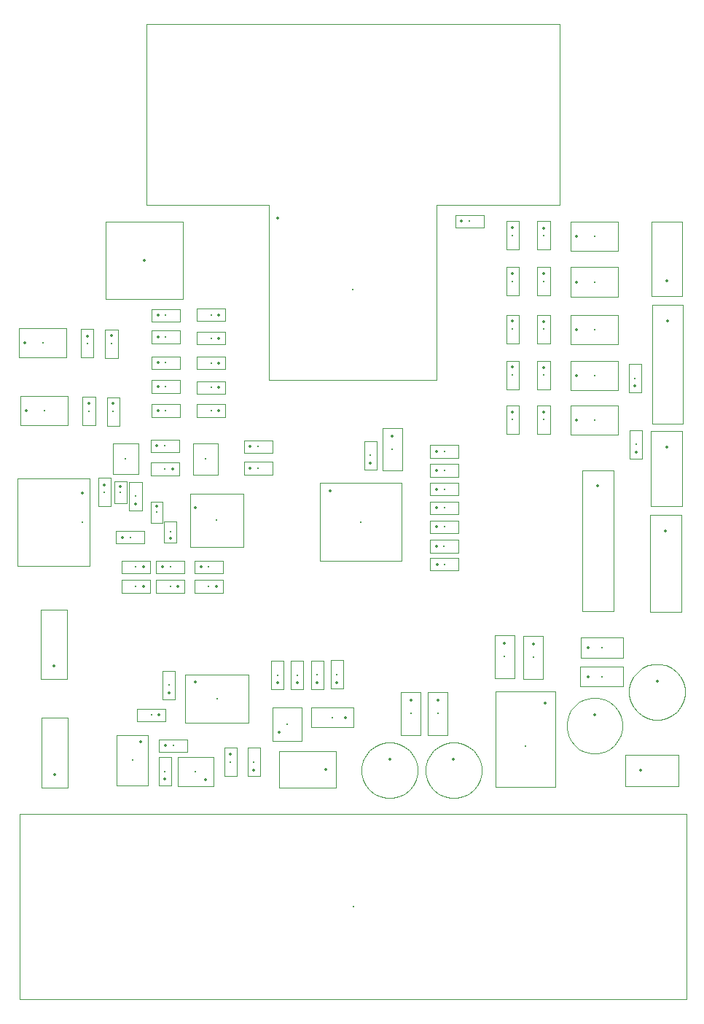
<source format=gbr>
%TF.GenerationSoftware,KiCad,Pcbnew,7.0.8*%
%TF.CreationDate,2023-11-28T11:05:42+08:00*%
%TF.ProjectId,ESPCARproject,45535043-4152-4707-926f-6a6563742e6b,rev?*%
%TF.SameCoordinates,Original*%
%TF.FileFunction,Component,L1,Top*%
%TF.FilePolarity,Positive*%
%FSLAX46Y46*%
G04 Gerber Fmt 4.6, Leading zero omitted, Abs format (unit mm)*
G04 Created by KiCad (PCBNEW 7.0.8) date 2023-11-28 11:05:42*
%MOMM*%
%LPD*%
G01*
G04 APERTURE LIST*
%TA.AperFunction,ComponentMain*%
%ADD10C,0.300000*%
%TD*%
%TA.AperFunction,ComponentOutline,Footprint*%
%ADD11C,0.100000*%
%TD*%
%TA.AperFunction,ComponentPin*%
%ADD12C,0.100000*%
%TD*%
%TA.AperFunction,ComponentOutline,Courtyard*%
%ADD13C,0.100000*%
%TD*%
%TA.AperFunction,ComponentPin*%
%ADD14P,0.360000X4X0.000000*%
%TD*%
G04 APERTURE END LIST*
D10*
%TO.C,"Q2"*%
%TO.CFtp,"SOT-23_BEC"*%
%TO.CVal,"SS8050"*%
%TO.CLbN,"SS8050"*%
%TO.CMnt,SMD*%
%TO.CRot,180*%
X121250000Y-77619250D03*
D11*
X122700000Y-79419250D02*
X122700000Y-75819250D01*
X119800000Y-75819250D01*
X119800000Y-79419250D01*
X122700000Y-79419250D01*
D12*
%TO.P,"Q2","B"*%
X122200000Y-76519250D03*
%TO.P,"Q2","C"*%
X121250000Y-78719250D03*
%TO.P,"Q2","E"*%
X120300000Y-76519250D03*
%TD*%
D10*
%TO.C,"R33"*%
%TO.CFtp,"R_0603_1608Metric_Pad0.98x0.95mm_HandSolder"*%
%TO.CVal,"1k2"*%
%TO.CLbN,"Resistor_SMD"*%
%TO.CMnt,SMD*%
%TO.CRot,90*%
X126270000Y-103920000D03*
D13*
X126999999Y-102270001D02*
X126999999Y-105569999D01*
X125540001Y-105569999D01*
X125540001Y-102270001D01*
X126999999Y-102270001D01*
D14*
%TO.P,"R33","1"*%
X126270000Y-104832500D03*
D12*
%TO.P,"R33","2"*%
X126270000Y-103007500D03*
%TD*%
D10*
%TO.C,"J2"*%
%TO.CFtp,"VALCON_CSP-USC16-TR"*%
%TO.CVal,"CSP-USC16-TR"*%
%TO.CLbN,"CSP-USC16-TR"*%
%TO.CMnt,SMD*%
%TO.CRot,-90*%
X116250000Y-84995000D03*
D13*
X117069999Y-79920001D02*
X117069999Y-90069999D01*
X108650001Y-90069999D01*
X108650001Y-79920001D01*
X117069999Y-79920001D01*
D14*
%TO.P,"J2","A1","GND_A"*%
X116250000Y-81645000D03*
D12*
%TO.P,"J2",*%
X115180000Y-82105000D03*
X115180000Y-87885000D03*
%TO.P,"J2","A4","VBUS_A"*%
X116250000Y-82445000D03*
%TO.P,"J2","A5","CC1"*%
X116250000Y-83745000D03*
%TO.P,"J2","A6","DP1"*%
X116250000Y-84745000D03*
%TO.P,"J2","A7","DN1"*%
X116250000Y-85245000D03*
%TO.P,"J2","A8","SBU1"*%
X116250000Y-86245000D03*
%TO.P,"J2","A9","VBUS_A"*%
X116250000Y-87545000D03*
%TO.P,"J2","A12","GND_A"*%
X116250000Y-88345000D03*
%TO.P,"J2","B1","GND_B"*%
X116250000Y-88045000D03*
%TO.P,"J2","B4","VBUS_B"*%
X116250000Y-87245000D03*
%TO.P,"J2","B5","CC2"*%
X116250000Y-86745000D03*
%TO.P,"J2","B6","DP2"*%
X116250000Y-85745000D03*
%TO.P,"J2","B7","DN2"*%
X116250000Y-84245000D03*
%TO.P,"J2","B8","SBU2"*%
X116250000Y-83245000D03*
%TO.P,"J2","B9","VBUS_B"*%
X116250000Y-82745000D03*
%TO.P,"J2","B12","GND_B"*%
X116250000Y-81945000D03*
%TO.P,"J2","S1","SHELL_GND"*%
X115660000Y-80670000D03*
%TO.P,"J2","S2","SHELL_GND"*%
X115660000Y-89320000D03*
%TO.P,"J2","S3","SHELL_GND"*%
X111480000Y-80670000D03*
%TO.P,"J2","S4","SHELL_GND"*%
X111480000Y-89320000D03*
%TD*%
D10*
%TO.C,"R30"*%
%TO.CFtp,"R_0603_1608Metric_Pad0.98x0.95mm_HandSolder"*%
%TO.CVal,"10k"*%
%TO.CLbN,"Resistor_SMD"*%
%TO.CMnt,SMD*%
%TO.CRot,-90*%
X119610000Y-64277500D03*
D13*
X120339999Y-62627501D02*
X120339999Y-65927499D01*
X118880001Y-65927499D01*
X118880001Y-62627501D01*
X120339999Y-62627501D01*
D14*
%TO.P,"R30","1"*%
X119610000Y-63365000D03*
D12*
%TO.P,"R30","2"*%
X119610000Y-65190000D03*
%TD*%
D10*
%TO.C,"R23"*%
%TO.CFtp,"R_0603_1608Metric_Pad0.98x0.95mm_HandSolder"*%
%TO.CVal,"10k"*%
%TO.CLbN,"Resistor_SMD"*%
%TO.CMnt,SMD*%
%TO.CRot,90*%
X180430000Y-68295000D03*
D13*
X181159999Y-66645001D02*
X181159999Y-69944999D01*
X179700001Y-69944999D01*
X179700001Y-66645001D01*
X181159999Y-66645001D01*
D14*
%TO.P,"R23","1"*%
X180430000Y-69207500D03*
D12*
%TO.P,"R23","2"*%
X180430000Y-67382500D03*
%TD*%
D10*
%TO.C,"R10"*%
%TO.CFtp,"R_0603_1608Metric_Pad0.98x0.95mm_HandSolder"*%
%TO.CVal,"0"*%
%TO.CLbN,"Resistor_SMD"*%
%TO.CMnt,SMD*%
%TO.CRot,0*%
X136630000Y-76209250D03*
D13*
X138279999Y-75479251D02*
X138279999Y-76939249D01*
X134980001Y-76939249D01*
X134980001Y-75479251D01*
X138279999Y-75479251D01*
D14*
%TO.P,"R10","1"*%
X135717500Y-76209250D03*
D12*
%TO.P,"R10","2"*%
X137542500Y-76209250D03*
%TD*%
D10*
%TO.C,"R34"*%
%TO.CFtp,"R_0603_1608Metric_Pad0.98x0.95mm_HandSolder"*%
%TO.CVal,"1k"*%
%TO.CLbN,"Resistor_SMD"*%
%TO.CMnt,SMD*%
%TO.CRot,90*%
X143510000Y-102730000D03*
D13*
X144239999Y-101080001D02*
X144239999Y-104379999D01*
X142780001Y-104379999D01*
X142780001Y-101080001D01*
X144239999Y-101080001D01*
D14*
%TO.P,"R34","1"*%
X143510000Y-103642500D03*
D12*
%TO.P,"R34","2"*%
X143510000Y-101817500D03*
%TD*%
D10*
%TO.C,"J8"*%
%TO.CFtp,"PinHeader_1x06_P2.54mm_Vertical"*%
%TO.CVal,"JTAG"*%
%TO.CLbN,"Connector_PinHeader_2.54mm"*%
%TO.CMnt,TH*%
%TO.CRot,0*%
X176120000Y-80790000D03*
D13*
X177919999Y-78990001D02*
X177919999Y-95289999D01*
X174320001Y-95289999D01*
X174320001Y-78990001D01*
X177919999Y-78990001D01*
D14*
%TO.P,"J8","1","Pin_1"*%
X176120000Y-80790000D03*
D12*
%TO.P,"J8","2","Pin_2"*%
X176120000Y-83330000D03*
%TO.P,"J8","3","Pin_3"*%
X176120000Y-85870000D03*
%TO.P,"J8","4","Pin_4"*%
X176120000Y-88410000D03*
%TO.P,"J8","5","Pin_5"*%
X176120000Y-90950000D03*
%TO.P,"J8","6","Pin_6"*%
X176120000Y-93490000D03*
%TD*%
D10*
%TO.C,"C15"*%
%TO.CFtp,"C_0603_1608Metric_Pad1.08x0.95mm_HandSolder"*%
%TO.CVal,"100n"*%
%TO.CLbN,"Capacitor_SMD"*%
%TO.CMnt,SMD*%
%TO.CRot,90*%
X125820000Y-113950000D03*
D13*
X126549999Y-112300001D02*
X126549999Y-115599999D01*
X125090001Y-115599999D01*
X125090001Y-112300001D01*
X126549999Y-112300001D01*
D14*
%TO.P,"C15","1"*%
X125820000Y-114812500D03*
D12*
%TO.P,"C15","2"*%
X125820000Y-113087500D03*
%TD*%
D10*
%TO.C,"C12"*%
%TO.CFtp,"C_0603_1608Metric_Pad1.08x0.95mm_HandSolder"*%
%TO.CVal,"100n"*%
%TO.CLbN,"Capacitor_SMD"*%
%TO.CMnt,SMD*%
%TO.CRot,-90*%
X116800000Y-64237500D03*
D13*
X117529999Y-62587501D02*
X117529999Y-65887499D01*
X116070001Y-65887499D01*
X116070001Y-62587501D01*
X117529999Y-62587501D01*
D14*
%TO.P,"C12","1"*%
X116800000Y-63375000D03*
D12*
%TO.P,"C12","2"*%
X116800000Y-65100000D03*
%TD*%
D10*
%TO.C,"R15"*%
%TO.CFtp,"R_0603_1608Metric_Pad0.98x0.95mm_HandSolder"*%
%TO.CVal,"10k"*%
%TO.CLbN,"Resistor_SMD"*%
%TO.CMnt,SMD*%
%TO.CRot,0*%
X130905000Y-90190000D03*
D13*
X132554999Y-89460001D02*
X132554999Y-90919999D01*
X129255001Y-90919999D01*
X129255001Y-89460001D01*
X132554999Y-89460001D01*
D14*
%TO.P,"R15","1"*%
X129992500Y-90190000D03*
D12*
%TO.P,"R15","2"*%
X131817500Y-90190000D03*
%TD*%
D10*
%TO.C,"C3"*%
%TO.CFtp,"C_0603_1608Metric_Pad1.08x0.95mm_HandSolder"*%
%TO.CVal,"100n"*%
%TO.CLbN,"Capacitor_SMD"*%
%TO.CMnt,SMD*%
%TO.CRot,-90*%
X169810000Y-67907500D03*
D13*
X170539999Y-66257501D02*
X170539999Y-69557499D01*
X169080001Y-69557499D01*
X169080001Y-66257501D01*
X170539999Y-66257501D01*
D14*
%TO.P,"C3","1"*%
X169810000Y-67045000D03*
D12*
%TO.P,"C3","2"*%
X169810000Y-68770000D03*
%TD*%
D10*
%TO.C,"BOOT1"*%
%TO.CFtp,"SW_Push_SPST_NO_Alps_SKRK"*%
%TO.CVal,"SW_Push"*%
%TO.CLbN,"Button_Switch_SMD"*%
%TO.CMnt,SMD*%
%TO.CRot,0*%
X111810000Y-72047500D03*
D13*
X114559999Y-70347501D02*
X114559999Y-73747499D01*
X109060001Y-73747499D01*
X109060001Y-70347501D01*
X114559999Y-70347501D01*
D14*
%TO.P,"BOOT1","1","1"*%
X109710000Y-72047500D03*
D12*
%TO.P,"BOOT1","2","2"*%
X113910000Y-72047500D03*
%TD*%
D10*
%TO.C,"C8"*%
%TO.CFtp,"C_0603_1608Metric_Pad1.08x0.95mm_HandSolder"*%
%TO.CVal,"100n"*%
%TO.CLbN,"Capacitor_SMD"*%
%TO.CMnt,SMD*%
%TO.CRot,180*%
X122432500Y-90190000D03*
D13*
X124082499Y-89460001D02*
X124082499Y-90919999D01*
X120782501Y-90919999D01*
X120782501Y-89460001D01*
X124082499Y-89460001D01*
D14*
%TO.P,"C8","1"*%
X123295000Y-90190000D03*
D12*
%TO.P,"C8","2"*%
X121570000Y-90190000D03*
%TD*%
D10*
%TO.C,"U4"*%
%TO.CFtp,"SOP127P600X175-9N"*%
%TO.CVal,"TP4056"*%
%TO.CLbN,"TP4056"*%
%TO.CMnt,SMD*%
%TO.CRot,0*%
X131855000Y-105480000D03*
D13*
X135564999Y-102680001D02*
X135564999Y-108279999D01*
X128145001Y-108279999D01*
X128145001Y-102680001D01*
X135564999Y-102680001D01*
D14*
%TO.P,"U4","1","TEMP"*%
X129380000Y-103575000D03*
D12*
%TO.P,"U4","2","PROG"*%
X129380000Y-104845000D03*
%TO.P,"U4","3","GND"*%
X129380000Y-106115000D03*
%TO.P,"U4","4","VCC"*%
X129380000Y-107385000D03*
%TO.P,"U4","5","BAT"*%
X134330000Y-107385000D03*
%TO.P,"U4","6","~{STDBY}"*%
X134330000Y-106115000D03*
%TO.P,"U4","7","~{CHRG}"*%
X134330000Y-104845000D03*
%TO.P,"U4","8","CE"*%
X134330000Y-103575000D03*
%TO.P,"U4","9","EP"*%
X131855000Y-105480000D03*
%TD*%
D10*
%TO.C,"R16"*%
%TO.CFtp,"R_0603_1608Metric_Pad0.98x0.95mm_HandSolder"*%
%TO.CVal,"10k"*%
%TO.CLbN,"Resistor_SMD"*%
%TO.CMnt,SMD*%
%TO.CRot,0*%
X158277500Y-81175000D03*
D13*
X159927499Y-80445001D02*
X159927499Y-81904999D01*
X156627501Y-81904999D01*
X156627501Y-80445001D01*
X159927499Y-80445001D01*
D14*
%TO.P,"R16","1"*%
X157365000Y-81175000D03*
D12*
%TO.P,"R16","2"*%
X159190000Y-81175000D03*
%TD*%
D10*
%TO.C,"R35"*%
%TO.CFtp,"R_0603_1608Metric_Pad0.98x0.95mm_HandSolder"*%
%TO.CVal,"1k"*%
%TO.CLbN,"Resistor_SMD"*%
%TO.CMnt,SMD*%
%TO.CRot,-90*%
X133442500Y-112842500D03*
D13*
X134172499Y-111192501D02*
X134172499Y-114492499D01*
X132712501Y-114492499D01*
X132712501Y-111192501D01*
X134172499Y-111192501D01*
D14*
%TO.P,"R35","1"*%
X133442500Y-111930000D03*
D12*
%TO.P,"R35","2"*%
X133442500Y-113755000D03*
%TD*%
D10*
%TO.C,"J1"*%
%TO.CFtp,"PinHeader_1x05_P2.54mm_Vertical"*%
%TO.CVal,"SPI"*%
%TO.CLbN,"Connector_PinHeader_2.54mm"*%
%TO.CMnt,TH*%
%TO.CRot,0*%
X184190000Y-61595000D03*
D13*
X185989999Y-59795001D02*
X185989999Y-73544999D01*
X182390001Y-73544999D01*
X182390001Y-59795001D01*
X185989999Y-59795001D01*
D14*
%TO.P,"J1","1","Pin_1"*%
X184190000Y-61595000D03*
D12*
%TO.P,"J1","2","Pin_2"*%
X184190000Y-64135000D03*
%TO.P,"J1","3","Pin_3"*%
X184190000Y-66675000D03*
%TO.P,"J1","4","Pin_4"*%
X184190000Y-69215000D03*
%TO.P,"J1","5","Pin_5"*%
X184190000Y-71755000D03*
%TD*%
D10*
%TO.C,"D9"*%
%TO.CFtp,"LED_0603_1608Metric_Pad1.05x0.95mm_HandSolder"*%
%TO.CVal,"RED"*%
%TO.CLbN,"LED_SMD"*%
%TO.CMnt,SMD*%
%TO.CRot,90*%
X138870000Y-102777500D03*
D13*
X139599999Y-101127501D02*
X139599999Y-104427499D01*
X138140001Y-104427499D01*
X138140001Y-101127501D01*
X139599999Y-101127501D01*
D14*
%TO.P,"D9","1","K"*%
X138870000Y-103652500D03*
D12*
%TO.P,"D9","2","A"*%
X138870000Y-101902500D03*
%TD*%
D10*
%TO.C,"R22"*%
%TO.CFtp,"R_0603_1608Metric_Pad0.98x0.95mm_HandSolder"*%
%TO.CVal,"10k"*%
%TO.CLbN,"Resistor_SMD"*%
%TO.CMnt,SMD*%
%TO.CRot,0*%
X161190000Y-50060000D03*
D13*
X162839999Y-49330001D02*
X162839999Y-50789999D01*
X159540001Y-50789999D01*
X159540001Y-49330001D01*
X162839999Y-49330001D01*
D14*
%TO.P,"R22","1"*%
X160277500Y-50060000D03*
D12*
%TO.P,"R22","2"*%
X162102500Y-50060000D03*
%TD*%
D10*
%TO.C,"D2"*%
%TO.CFtp,"D_SOD-523"*%
%TO.CVal,"LESD5D5.0CT1G"*%
%TO.CLbN,"Diode_SMD"*%
%TO.CMnt,SMD*%
%TO.CRot,90*%
X126440000Y-86130000D03*
D13*
X127139999Y-84880001D02*
X127139999Y-87379999D01*
X125740001Y-87379999D01*
X125740001Y-84880001D01*
X127139999Y-84880001D01*
D14*
%TO.P,"D2","1","A1"*%
X126440000Y-86830000D03*
D12*
%TO.P,"D2","2","A2"*%
X126440000Y-85430000D03*
%TD*%
D10*
%TO.C,"R11"*%
%TO.CFtp,"R_0603_1608Metric_Pad0.98x0.95mm_HandSolder"*%
%TO.CVal,"0"*%
%TO.CLbN,"Resistor_SMD"*%
%TO.CMnt,SMD*%
%TO.CRot,0*%
X136647500Y-78729250D03*
D13*
X138297499Y-77999251D02*
X138297499Y-79459249D01*
X134997501Y-79459249D01*
X134997501Y-77999251D01*
X138297499Y-77999251D01*
D14*
%TO.P,"R11","1"*%
X135735000Y-78729250D03*
D12*
%TO.P,"R11","2"*%
X137560000Y-78729250D03*
%TD*%
D10*
%TO.C,"R13"*%
%TO.CFtp,"R_0603_1608Metric_Pad0.98x0.95mm_HandSolder"*%
%TO.CVal,"10k"*%
%TO.CLbN,"Resistor_SMD"*%
%TO.CMnt,SMD*%
%TO.CRot,180*%
X125790000Y-78819250D03*
D13*
X127439999Y-78089251D02*
X127439999Y-79549249D01*
X124140001Y-79549249D01*
X124140001Y-78089251D01*
X127439999Y-78089251D01*
D14*
%TO.P,"R13","1"*%
X126702500Y-78819250D03*
D12*
%TO.P,"R13","2"*%
X124877500Y-78819250D03*
%TD*%
D10*
%TO.C,"C9"*%
%TO.CFtp,"C_0603_1608Metric_Pad1.08x0.95mm_HandSolder"*%
%TO.CVal,"100n"*%
%TO.CLbN,"Capacitor_SMD"*%
%TO.CMnt,SMD*%
%TO.CRot,0*%
X158280000Y-89880000D03*
D13*
X159929999Y-89150001D02*
X159929999Y-90609999D01*
X156630001Y-90609999D01*
X156630001Y-89150001D01*
X159929999Y-89150001D01*
D14*
%TO.P,"C9","1"*%
X157417500Y-89880000D03*
D12*
%TO.P,"C9","2"*%
X159142500Y-89880000D03*
%TD*%
D10*
%TO.C,"U3"*%
%TO.CFtp,"ESP32-WROOM-32"*%
%TO.CVal,"ESP32-WROOM-32"*%
%TO.CLbN,"RF_Module"*%
%TO.CMnt,SMD*%
%TO.CRot,0*%
X147655000Y-57952500D03*
D13*
X171654999Y-27212501D02*
X171654999Y-48152499D01*
X157405000Y-48152499D01*
X157404999Y-48152500D01*
X157404999Y-68462499D01*
X137905001Y-68462499D01*
X137905001Y-48152500D01*
X137905000Y-48152499D01*
X123655001Y-48152499D01*
X123655001Y-27212501D01*
X171654999Y-27212501D01*
D14*
%TO.P,"U3","1","GND"*%
X138905000Y-49702500D03*
D12*
%TO.P,"U3","2","VDD"*%
X138905000Y-50972500D03*
%TO.P,"U3","3","EN"*%
X138905000Y-52242500D03*
%TO.P,"U3","4","SENSOR_VP"*%
X138905000Y-53512500D03*
%TO.P,"U3","5","SENSOR_VN"*%
X138905000Y-54782500D03*
%TO.P,"U3","6","IO34"*%
X138905000Y-56052500D03*
%TO.P,"U3","7","IO35"*%
X138905000Y-57322500D03*
%TO.P,"U3","8","IO32"*%
X138905000Y-58592500D03*
%TO.P,"U3","9","IO33"*%
X138905000Y-59862500D03*
%TO.P,"U3","10","IO25"*%
X138905000Y-61132500D03*
%TO.P,"U3","11","IO26"*%
X138905000Y-62402500D03*
%TO.P,"U3","12","IO27"*%
X138905000Y-63672500D03*
%TO.P,"U3","13","IO14"*%
X138905000Y-64942500D03*
%TO.P,"U3","14","IO12"*%
X138905000Y-66212500D03*
%TO.P,"U3","15","GND"*%
X141945000Y-67462500D03*
%TO.P,"U3","16","IO13"*%
X143215000Y-67462500D03*
%TO.P,"U3","17","SHD/SD2"*%
X144485000Y-67462500D03*
%TO.P,"U3","18","SWP/SD3"*%
X145755000Y-67462500D03*
%TO.P,"U3","19","SCS/CMD"*%
X147025000Y-67462500D03*
%TO.P,"U3","20","SCK/CLK"*%
X148295000Y-67462500D03*
%TO.P,"U3","21","SDO/SD0"*%
X149565000Y-67462500D03*
%TO.P,"U3","22","SDI/SD1"*%
X150835000Y-67462500D03*
%TO.P,"U3","23","IO15"*%
X152105000Y-67462500D03*
%TO.P,"U3","24","IO2"*%
X153375000Y-67462500D03*
%TO.P,"U3","25","IO0"*%
X156405000Y-66212500D03*
%TO.P,"U3","26","IO4"*%
X156405000Y-64942500D03*
%TO.P,"U3","27","IO16"*%
X156405000Y-63672500D03*
%TO.P,"U3","28","IO17"*%
X156405000Y-62402500D03*
%TO.P,"U3","29","IO5"*%
X156405000Y-61132500D03*
%TO.P,"U3","30","IO18"*%
X156405000Y-59862500D03*
%TO.P,"U3","31","IO19"*%
X156405000Y-58592500D03*
%TO.P,"U3","32","NC"*%
X156405000Y-57322500D03*
%TO.P,"U3","33","IO21"*%
X156405000Y-56052500D03*
%TO.P,"U3","34","RXD0/IO3"*%
X156405000Y-54782500D03*
%TO.P,"U3","35","TXD0/IO1"*%
X156405000Y-53512500D03*
%TO.P,"U3","36","IO22"*%
X156405000Y-52242500D03*
%TO.P,"U3","37","IO23"*%
X156405000Y-50972500D03*
%TO.P,"U3","38","GND"*%
X156405000Y-49702500D03*
%TO.P,"U3","39","GND"*%
X145450000Y-55517500D03*
X145450000Y-56280000D03*
X145450000Y-57042500D03*
X145450000Y-57805000D03*
X145450000Y-58567500D03*
X146212500Y-55517500D03*
X146212500Y-57042500D03*
X146212500Y-58567500D03*
X146975000Y-55517500D03*
X146975000Y-56280000D03*
X146975000Y-57042500D03*
X146975000Y-57042500D03*
X146975000Y-57805000D03*
X146975000Y-58567500D03*
X147737500Y-55517500D03*
X147737500Y-57042500D03*
X147737500Y-58567500D03*
X148500000Y-55517500D03*
X148500000Y-56280000D03*
X148500000Y-57042500D03*
X148500000Y-57805000D03*
X148500000Y-58567500D03*
%TD*%
D10*
%TO.C,"RESET1"*%
%TO.CFtp,"SW_Push_SPST_NO_Alps_SKRK"*%
%TO.CVal,"SW_Push"*%
%TO.CLbN,"Button_Switch_SMD"*%
%TO.CMnt,SMD*%
%TO.CRot,0*%
X111620000Y-64187500D03*
D13*
X114369999Y-62487501D02*
X114369999Y-65887499D01*
X108870001Y-65887499D01*
X108870001Y-62487501D01*
X114369999Y-62487501D01*
D14*
%TO.P,"RESET1","1","1"*%
X109520000Y-64187500D03*
D12*
%TO.P,"RESET1","2","2"*%
X113720000Y-64187500D03*
%TD*%
D10*
%TO.C,"R32"*%
%TO.CFtp,"R_0603_1608Metric_Pad0.98x0.95mm_HandSolder"*%
%TO.CVal,"1k"*%
%TO.CLbN,"Resistor_SMD"*%
%TO.CMnt,SMD*%
%TO.CRot,90*%
X145790000Y-102680000D03*
D13*
X146519999Y-101030001D02*
X146519999Y-104329999D01*
X145060001Y-104329999D01*
X145060001Y-101030001D01*
X146519999Y-101030001D01*
D14*
%TO.P,"R32","1"*%
X145790000Y-103592500D03*
D12*
%TO.P,"R32","2"*%
X145790000Y-101767500D03*
%TD*%
D10*
%TO.C,"Q4"*%
%TO.CFtp,"SOT-23"*%
%TO.CVal,"AO3401A"*%
%TO.CLbN,"Package_TO_SOT_SMD"*%
%TO.CMnt,SMD*%
%TO.CRot,90*%
X140012500Y-108457500D03*
D13*
X141712499Y-106537501D02*
X141712499Y-110377499D01*
X138312501Y-110377499D01*
X138312501Y-106537501D01*
X141712499Y-106537501D01*
D14*
%TO.P,"Q4","1","G"*%
X139062500Y-109395000D03*
D12*
%TO.P,"Q4","2","S"*%
X140962500Y-109395000D03*
%TO.P,"Q4","3","D"*%
X140012500Y-107520000D03*
%TD*%
D10*
%TO.C,"SW5"*%
%TO.CFtp,"SW_Push_SPST_NO_Alps_SKRK"*%
%TO.CVal,"SW_Push"*%
%TO.CLbN,"Button_Switch_SMD"*%
%TO.CMnt,SMD*%
%TO.CRot,0*%
X175720000Y-51797500D03*
D13*
X178469999Y-50097501D02*
X178469999Y-53497499D01*
X172970001Y-53497499D01*
X172970001Y-50097501D01*
X178469999Y-50097501D01*
D14*
%TO.P,"SW5","1","1"*%
X173620000Y-51797500D03*
D12*
%TO.P,"SW5","2","2"*%
X177820000Y-51797500D03*
%TD*%
D10*
%TO.C,"SW1"*%
%TO.CFtp,"SW_Push_SPST_NO_Alps_SKRK"*%
%TO.CVal,"SW_Push"*%
%TO.CLbN,"Button_Switch_SMD"*%
%TO.CMnt,SMD*%
%TO.CRot,0*%
X175720000Y-73180000D03*
D13*
X178469999Y-71480001D02*
X178469999Y-74879999D01*
X172970001Y-74879999D01*
X172970001Y-71480001D01*
X178469999Y-71480001D01*
D14*
%TO.P,"SW1","1","1"*%
X173620000Y-73180000D03*
D12*
%TO.P,"SW1","2","2"*%
X177820000Y-73180000D03*
%TD*%
D10*
%TO.C,"J6"*%
%TO.CFtp,"connector_2pin_5.08"*%
%TO.CVal,"Motor B"*%
%TO.CLbN,"TP4056"*%
%TO.CMnt,SMD*%
%TO.CRot,90*%
X113007500Y-114295000D03*
D11*
X111507500Y-115795000D02*
X114507500Y-115795000D01*
X114507500Y-107715000D01*
X111507500Y-107715000D01*
X111507500Y-115795000D01*
D14*
%TO.P,"J6","1","Pin_1"*%
X113007500Y-114295000D03*
D12*
%TO.P,"J6","2","Pin_2"*%
X113007500Y-109215000D03*
%TD*%
D10*
%TO.C,"C18"*%
%TO.CFtp,"C_1206_3216Metric_Pad1.33x1.80mm_HandSolder"*%
%TO.CVal,"22u"*%
%TO.CLbN,"Capacitor_SMD"*%
%TO.CMnt,SMD*%
%TO.CRot,-90*%
X154390000Y-107210000D03*
D13*
X155539999Y-104730001D02*
X155539999Y-109689999D01*
X153240001Y-109689999D01*
X153240001Y-104730001D01*
X155539999Y-104730001D01*
D14*
%TO.P,"C18","1"*%
X154390000Y-105647500D03*
D12*
%TO.P,"C18","2"*%
X154390000Y-108772500D03*
%TD*%
D10*
%TO.C,"D3"*%
%TO.CFtp,"D_SOD-523"*%
%TO.CVal,"LESD5D5.0CT1G"*%
%TO.CLbN,"Diode_SMD"*%
%TO.CMnt,SMD*%
%TO.CRot,-90*%
X120660000Y-81530000D03*
D13*
X121359999Y-80280001D02*
X121359999Y-82779999D01*
X119960001Y-82779999D01*
X119960001Y-80280001D01*
X121359999Y-80280001D01*
D14*
%TO.P,"D3","1","A1"*%
X120660000Y-80830000D03*
D12*
%TO.P,"D3","2","A2"*%
X120660000Y-82230000D03*
%TD*%
D10*
%TO.C,"Q3"*%
%TO.CFtp,"TSSOP-8_3x3mm_P0.65mm"*%
%TO.CVal,"FS8205A"*%
%TO.CLbN,"Package_SO"*%
%TO.CMnt,SMD*%
%TO.CRot,-90*%
X122037500Y-112632500D03*
D13*
X123837499Y-109682501D02*
X123837499Y-115582499D01*
X120237501Y-115582499D01*
X120237501Y-109682501D01*
X123837499Y-109682501D01*
D14*
%TO.P,"Q3","1"*%
X123012500Y-110482500D03*
D12*
%TO.P,"Q3","2"*%
X122362500Y-110482500D03*
%TO.P,"Q3","3"*%
X121712500Y-110482500D03*
%TO.P,"Q3","4"*%
X121062500Y-110482500D03*
%TO.P,"Q3","5"*%
X121062500Y-114782500D03*
%TO.P,"Q3","6"*%
X121712500Y-114782500D03*
%TO.P,"Q3","7"*%
X122362500Y-114782500D03*
%TO.P,"Q3","8"*%
X123012500Y-114782500D03*
%TD*%
D10*
%TO.C,"R29"*%
%TO.CFtp,"R_0603_1608Metric_Pad0.98x0.95mm_HandSolder"*%
%TO.CVal,"10k"*%
%TO.CLbN,"Resistor_SMD"*%
%TO.CMnt,SMD*%
%TO.CRot,-90*%
X166190000Y-51717500D03*
D13*
X166919999Y-50067501D02*
X166919999Y-53367499D01*
X165460001Y-53367499D01*
X165460001Y-50067501D01*
X166919999Y-50067501D01*
D14*
%TO.P,"R29","1"*%
X166190000Y-50805000D03*
D12*
%TO.P,"R29","2"*%
X166190000Y-52630000D03*
%TD*%
D10*
%TO.C,"D7"*%
%TO.CFtp,"LED_0603_1608Metric_Pad1.05x0.95mm_HandSolder"*%
%TO.CVal,"WHITE"*%
%TO.CLbN,"LED_SMD"*%
%TO.CMnt,SMD*%
%TO.CRot,180*%
X131190000Y-63647500D03*
D13*
X132839999Y-62917501D02*
X132839999Y-64377499D01*
X129540001Y-64377499D01*
X129540001Y-62917501D01*
X132839999Y-62917501D01*
D14*
%TO.P,"D7","1","K"*%
X132065000Y-63647500D03*
D12*
%TO.P,"D7","2","A"*%
X130315000Y-63647500D03*
%TD*%
D10*
%TO.C,"R24"*%
%TO.CFtp,"R_0603_1608Metric_Pad0.98x0.95mm_HandSolder"*%
%TO.CVal,"10k"*%
%TO.CLbN,"Resistor_SMD"*%
%TO.CMnt,SMD*%
%TO.CRot,90*%
X180540000Y-75947500D03*
D13*
X181269999Y-74297501D02*
X181269999Y-77597499D01*
X179810001Y-77597499D01*
X179810001Y-74297501D01*
X181269999Y-74297501D01*
D14*
%TO.P,"R24","1"*%
X180540000Y-76860000D03*
D12*
%TO.P,"R24","2"*%
X180540000Y-75035000D03*
%TD*%
D10*
%TO.C,"C26"*%
%TO.CFtp,"CP_Radial_Tantal_D6.0mm_P2.50mm"*%
%TO.CVal,"220u"*%
%TO.CLbN,"Capacitor_THT"*%
%TO.CMnt,TH*%
%TO.CRot,-90*%
X175730000Y-107370000D03*
D13*
X175364964Y-105380218D02*
X176095036Y-105380218D01*
X176806803Y-105542675D01*
X177464574Y-105859440D01*
X177464574Y-105859441D01*
X178035367Y-106314633D01*
X178490559Y-106885426D01*
X178807325Y-107543197D01*
X178969782Y-108254964D01*
X178979999Y-108620000D01*
X178969782Y-108985036D01*
X178807325Y-109696803D01*
X178490559Y-110354574D01*
X178035367Y-110925367D01*
X177464574Y-111380559D01*
X176806803Y-111697325D01*
X176095036Y-111859782D01*
X175364964Y-111859782D01*
X174653197Y-111697325D01*
X173995425Y-111380559D01*
X173995426Y-111380559D01*
X173424633Y-110925367D01*
X172969441Y-110354574D01*
X172652675Y-109696803D01*
X172490218Y-108985036D01*
X172490218Y-108254964D01*
X172652675Y-107543197D01*
X172969441Y-106885426D01*
X173424633Y-106314633D01*
X173995426Y-105859441D01*
X173995425Y-105859440D01*
X174653197Y-105542675D01*
X175364964Y-105380218D01*
D14*
%TO.P,"C26","1"*%
X175730000Y-107370000D03*
D12*
%TO.P,"C26","2"*%
X175730000Y-109870000D03*
%TD*%
D10*
%TO.C,"SW4"*%
%TO.CFtp,"SW_Push_SPST_NO_Alps_SKRK"*%
%TO.CVal,"SW_Push"*%
%TO.CLbN,"Button_Switch_SMD"*%
%TO.CMnt,SMD*%
%TO.CRot,0*%
X175720000Y-57110000D03*
D13*
X178469999Y-55410001D02*
X178469999Y-58809999D01*
X172970001Y-58809999D01*
X172970001Y-55410001D01*
X178469999Y-55410001D01*
D14*
%TO.P,"SW4","1","1"*%
X173620000Y-57110000D03*
D12*
%TO.P,"SW4","2","2"*%
X177820000Y-57110000D03*
%TD*%
D10*
%TO.C,"D4"*%
%TO.CFtp,"LED_0603_1608Metric_Pad1.05x0.95mm_HandSolder"*%
%TO.CVal,"GREEN"*%
%TO.CLbN,"LED_SMD"*%
%TO.CMnt,SMD*%
%TO.CRot,180*%
X131190000Y-69377500D03*
D13*
X132839999Y-68647501D02*
X132839999Y-70107499D01*
X129540001Y-70107499D01*
X129540001Y-68647501D01*
X132839999Y-68647501D01*
D14*
%TO.P,"D4","1","K"*%
X132065000Y-69377500D03*
D12*
%TO.P,"D4","2","A"*%
X130315000Y-69377500D03*
%TD*%
D10*
%TO.C,"R7"*%
%TO.CFtp,"R_0603_1608Metric_Pad0.98x0.95mm_HandSolder"*%
%TO.CVal,"330"*%
%TO.CLbN,"Resistor_SMD"*%
%TO.CMnt,SMD*%
%TO.CRot,0*%
X125912500Y-60997500D03*
D13*
X127562499Y-60267501D02*
X127562499Y-61727499D01*
X124262501Y-61727499D01*
X124262501Y-60267501D01*
X127562499Y-60267501D01*
D14*
%TO.P,"R7","1"*%
X125000000Y-60997500D03*
D12*
%TO.P,"R7","2"*%
X126825000Y-60997500D03*
%TD*%
D10*
%TO.C,"C5"*%
%TO.CFtp,"C_0603_1608Metric_Pad1.08x0.95mm_HandSolder"*%
%TO.CVal,"100n"*%
%TO.CLbN,"Capacitor_SMD"*%
%TO.CMnt,SMD*%
%TO.CRot,-90*%
X169810000Y-57030000D03*
D13*
X170539999Y-55380001D02*
X170539999Y-58679999D01*
X169080001Y-58679999D01*
X169080001Y-55380001D01*
X170539999Y-55380001D01*
D14*
%TO.P,"C5","1"*%
X169810000Y-56167500D03*
D12*
%TO.P,"C5","2"*%
X169810000Y-57892500D03*
%TD*%
D10*
%TO.C,"C23"*%
%TO.CFtp,"C_1206_3216Metric_Pad1.33x1.80mm_HandSolder"*%
%TO.CVal,"10u"*%
%TO.CLbN,"Capacitor_SMD"*%
%TO.CMnt,SMD*%
%TO.CRot,-90*%
X168617500Y-100682500D03*
D13*
X169767499Y-98202501D02*
X169767499Y-103162499D01*
X167467501Y-103162499D01*
X167467501Y-98202501D01*
X169767499Y-98202501D01*
D14*
%TO.P,"C23","1"*%
X168617500Y-99120000D03*
D12*
%TO.P,"C23","2"*%
X168617500Y-102245000D03*
%TD*%
D10*
%TO.C,"J7"*%
%TO.CFtp,"PinHeader_1x04_P2.54mm_Vertical"*%
%TO.CVal,"DAC & ADC"*%
%TO.CLbN,"Connector_PinHeader_2.54mm"*%
%TO.CMnt,TH*%
%TO.CRot,0*%
X183980000Y-85980000D03*
D13*
X185779999Y-84180001D02*
X185779999Y-95379999D01*
X182180001Y-95379999D01*
X182180001Y-84180001D01*
X185779999Y-84180001D01*
D14*
%TO.P,"J7","1","Pin_1"*%
X183980000Y-85980000D03*
D12*
%TO.P,"J7","2","Pin_2"*%
X183980000Y-88520000D03*
%TO.P,"J7","3","Pin_3"*%
X183980000Y-91060000D03*
%TO.P,"J7","4","Pin_4"*%
X183980000Y-93600000D03*
%TD*%
D10*
%TO.C,"R27"*%
%TO.CFtp,"R_0603_1608Metric_Pad0.98x0.95mm_HandSolder"*%
%TO.CVal,"10k"*%
%TO.CLbN,"Resistor_SMD"*%
%TO.CMnt,SMD*%
%TO.CRot,-90*%
X166190000Y-62570000D03*
D13*
X166919999Y-60920001D02*
X166919999Y-64219999D01*
X165460001Y-64219999D01*
X165460001Y-60920001D01*
X166919999Y-60920001D01*
D14*
%TO.P,"R27","1"*%
X166190000Y-61657500D03*
D12*
%TO.P,"R27","2"*%
X166190000Y-63482500D03*
%TD*%
D10*
%TO.C,"R19"*%
%TO.CFtp,"R_0603_1608Metric_Pad0.98x0.95mm_HandSolder"*%
%TO.CVal,"10k"*%
%TO.CLbN,"Resistor_SMD"*%
%TO.CMnt,SMD*%
%TO.CRot,0*%
X158292500Y-76795000D03*
D13*
X159942499Y-76065001D02*
X159942499Y-77524999D01*
X156642501Y-77524999D01*
X156642501Y-76065001D01*
X159942499Y-76065001D01*
D14*
%TO.P,"R19","1"*%
X157380000Y-76795000D03*
D12*
%TO.P,"R19","2"*%
X159205000Y-76795000D03*
%TD*%
D10*
%TO.C,"R25"*%
%TO.CFtp,"R_0603_1608Metric_Pad0.98x0.95mm_HandSolder"*%
%TO.CVal,"10k"*%
%TO.CLbN,"Resistor_SMD"*%
%TO.CMnt,SMD*%
%TO.CRot,-90*%
X166190000Y-73100000D03*
D13*
X166919999Y-71450001D02*
X166919999Y-74749999D01*
X165460001Y-74749999D01*
X165460001Y-71450001D01*
X166919999Y-71450001D01*
D14*
%TO.P,"R25","1"*%
X166190000Y-72187500D03*
D12*
%TO.P,"R25","2"*%
X166190000Y-74012500D03*
%TD*%
D10*
%TO.C,"C17"*%
%TO.CFtp,"C_1206_3216Metric_Pad1.33x1.80mm_HandSolder"*%
%TO.CVal,"10n"*%
%TO.CLbN,"Capacitor_SMD"*%
%TO.CMnt,SMD*%
%TO.CRot,-90*%
X157500000Y-107210000D03*
D13*
X158649999Y-104730001D02*
X158649999Y-109689999D01*
X156350001Y-109689999D01*
X156350001Y-104730001D01*
X158649999Y-104730001D01*
D14*
%TO.P,"C17","1"*%
X157500000Y-105647500D03*
D12*
%TO.P,"C17","2"*%
X157500000Y-108772500D03*
%TD*%
D10*
%TO.C,"C11"*%
%TO.CFtp,"C_1206_3216Metric_Pad1.33x1.80mm_HandSolder"*%
%TO.CVal,"10u"*%
%TO.CLbN,"Capacitor_SMD"*%
%TO.CMnt,SMD*%
%TO.CRot,-90*%
X152220000Y-76545000D03*
D13*
X153369999Y-74065001D02*
X153369999Y-79024999D01*
X151070001Y-79024999D01*
X151070001Y-74065001D01*
X153369999Y-74065001D01*
D14*
%TO.P,"C11","1"*%
X152220000Y-74982500D03*
D12*
%TO.P,"C11","2"*%
X152220000Y-78107500D03*
%TD*%
D10*
%TO.C,"R9"*%
%TO.CFtp,"R_0603_1608Metric_Pad0.98x0.95mm_HandSolder"*%
%TO.CVal,"47k5"*%
%TO.CLbN,"Resistor_SMD"*%
%TO.CMnt,SMD*%
%TO.CRot,180*%
X126432500Y-92450000D03*
D13*
X128082499Y-91720001D02*
X128082499Y-93179999D01*
X124782501Y-93179999D01*
X124782501Y-91720001D01*
X128082499Y-91720001D01*
D14*
%TO.P,"R9","1"*%
X127345000Y-92450000D03*
D12*
%TO.P,"R9","2"*%
X125520000Y-92450000D03*
%TD*%
D10*
%TO.C,"R21"*%
%TO.CFtp,"R_0603_1608Metric_Pad0.98x0.95mm_HandSolder"*%
%TO.CVal,"10k"*%
%TO.CLbN,"Resistor_SMD"*%
%TO.CMnt,SMD*%
%TO.CRot,0*%
X158255000Y-87795000D03*
D13*
X159904999Y-87065001D02*
X159904999Y-88524999D01*
X156605001Y-88524999D01*
X156605001Y-87065001D01*
X159904999Y-87065001D01*
D14*
%TO.P,"R21","1"*%
X157342500Y-87795000D03*
D12*
%TO.P,"R21","2"*%
X159167500Y-87795000D03*
%TD*%
D10*
%TO.C,"D10"*%
%TO.CFtp,"LED_0603_1608Metric_Pad1.05x0.95mm_HandSolder"*%
%TO.CVal,"GREEN"*%
%TO.CLbN,"LED_SMD"*%
%TO.CMnt,SMD*%
%TO.CRot,90*%
X141170000Y-102755000D03*
D13*
X141899999Y-101105001D02*
X141899999Y-104404999D01*
X140440001Y-104404999D01*
X140440001Y-101105001D01*
X141899999Y-101105001D01*
D14*
%TO.P,"D10","1","K"*%
X141170000Y-103630000D03*
D12*
%TO.P,"D10","2","A"*%
X141170000Y-101880000D03*
%TD*%
D10*
%TO.C,"C7"*%
%TO.CFtp,"C_0603_1608Metric_Pad1.08x0.95mm_HandSolder"*%
%TO.CVal,"4.7u"*%
%TO.CLbN,"Capacitor_SMD"*%
%TO.CMnt,SMD*%
%TO.CRot,180*%
X122432500Y-92460000D03*
D13*
X124082499Y-91730001D02*
X124082499Y-93189999D01*
X120782501Y-93189999D01*
X120782501Y-91730001D01*
X124082499Y-91730001D01*
D14*
%TO.P,"C7","1"*%
X123295000Y-92460000D03*
D12*
%TO.P,"C7","2"*%
X121570000Y-92460000D03*
%TD*%
D10*
%TO.C,"R26"*%
%TO.CFtp,"R_0603_1608Metric_Pad0.98x0.95mm_HandSolder"*%
%TO.CVal,"10k"*%
%TO.CLbN,"Resistor_SMD"*%
%TO.CMnt,SMD*%
%TO.CRot,-90*%
X166190000Y-67907500D03*
D13*
X166919999Y-66257501D02*
X166919999Y-69557499D01*
X165460001Y-69557499D01*
X165460001Y-66257501D01*
X166919999Y-66257501D01*
D14*
%TO.P,"R26","1"*%
X166190000Y-66995000D03*
D12*
%TO.P,"R26","2"*%
X166190000Y-68820000D03*
%TD*%
D10*
%TO.C,"U5"*%
%TO.CFtp,"SOT-23-6"*%
%TO.CVal,"DW01A"*%
%TO.CLbN,"Package_TO_SOT_SMD"*%
%TO.CMnt,SMD*%
%TO.CRot,180*%
X129372500Y-113940000D03*
D13*
X131422499Y-112240001D02*
X131422499Y-115639999D01*
X127322501Y-115639999D01*
X127322501Y-112240001D01*
X131422499Y-112240001D01*
D14*
%TO.P,"U5","1","OD"*%
X130510000Y-114890000D03*
D12*
%TO.P,"U5","2","VM"*%
X130510000Y-113940000D03*
%TO.P,"U5","3","OC"*%
X130510000Y-112990000D03*
%TO.P,"U5","4","TD"*%
X128235000Y-112990000D03*
%TO.P,"U5","5","VCC"*%
X128235000Y-113940000D03*
%TO.P,"U5","6","GND"*%
X128235000Y-114890000D03*
%TD*%
D10*
%TO.C,"D6"*%
%TO.CFtp,"LED_0603_1608Metric_Pad1.05x0.95mm_HandSolder"*%
%TO.CVal,"BLUE"*%
%TO.CLbN,"LED_SMD"*%
%TO.CMnt,SMD*%
%TO.CRot,180*%
X131190000Y-66517500D03*
D13*
X132839999Y-65787501D02*
X132839999Y-67247499D01*
X129540001Y-67247499D01*
X129540001Y-65787501D01*
X132839999Y-65787501D01*
D14*
%TO.P,"D6","1","K"*%
X132065000Y-66517500D03*
D12*
%TO.P,"D6","2","A"*%
X130315000Y-66517500D03*
%TD*%
D10*
%TO.C,"U6"*%
%TO.CFtp,"TO-252-3_TabPin2"*%
%TO.CVal,"AMS1117CD-3.3"*%
%TO.CLbN,"Package_TO_SOT_SMD"*%
%TO.CMnt,SMD*%
%TO.CRot,-90*%
X167687500Y-111035000D03*
D13*
X171187499Y-104645001D02*
X171187499Y-115744999D01*
X164187501Y-115744999D01*
X164187501Y-104645001D01*
X171187499Y-104645001D01*
D14*
%TO.P,"U6","1","GND"*%
X169967500Y-105995000D03*
D12*
%TO.P,"U6","2","VO"*%
X167687500Y-105995000D03*
X169212500Y-110620000D03*
X166162500Y-110620000D03*
X167687500Y-112295000D03*
X169212500Y-113970000D03*
X166162500Y-113970000D03*
%TO.P,"U6","3","VI"*%
X165407500Y-105995000D03*
%TD*%
D10*
%TO.C,"C21"*%
%TO.CFtp,"CP_Radial_Tantal_D6.0mm_P2.50mm"*%
%TO.CVal,"220u"*%
%TO.CLbN,"Capacitor_THT"*%
%TO.CMnt,TH*%
%TO.CRot,-90*%
X159350000Y-112550000D03*
D13*
X158984964Y-110560218D02*
X159715036Y-110560218D01*
X160426803Y-110722675D01*
X161084574Y-111039440D01*
X161084574Y-111039441D01*
X161655367Y-111494633D01*
X162110559Y-112065426D01*
X162427325Y-112723197D01*
X162589782Y-113434964D01*
X162599999Y-113800000D01*
X162589782Y-114165036D01*
X162427325Y-114876803D01*
X162110559Y-115534574D01*
X161655367Y-116105367D01*
X161084574Y-116560559D01*
X160426803Y-116877325D01*
X159715036Y-117039782D01*
X158984964Y-117039782D01*
X158273197Y-116877325D01*
X157615425Y-116560559D01*
X157615426Y-116560559D01*
X157044633Y-116105367D01*
X156589441Y-115534574D01*
X156272675Y-114876803D01*
X156110218Y-114165036D01*
X156110218Y-113434964D01*
X156272675Y-112723197D01*
X156589441Y-112065426D01*
X157044633Y-111494633D01*
X157615426Y-111039441D01*
X157615425Y-111039440D01*
X158273197Y-110722675D01*
X158984964Y-110560218D01*
D14*
%TO.P,"C21","1"*%
X159350000Y-112550000D03*
D12*
%TO.P,"C21","2"*%
X159350000Y-115050000D03*
%TD*%
D10*
%TO.C,"D8"*%
%TO.CFtp,"LED_0603_1608Metric_Pad1.05x0.95mm_HandSolder"*%
%TO.CVal,"YELLOW"*%
%TO.CLbN,"LED_SMD"*%
%TO.CMnt,SMD*%
%TO.CRot,180*%
X131190000Y-60937500D03*
D13*
X132839999Y-60207501D02*
X132839999Y-61667499D01*
X129540001Y-61667499D01*
X129540001Y-60207501D01*
X132839999Y-60207501D01*
D14*
%TO.P,"D8","1","K"*%
X132065000Y-60937500D03*
D12*
%TO.P,"D8","2","A"*%
X130315000Y-60937500D03*
%TD*%
D10*
%TO.C,"C1"*%
%TO.CFtp,"C_0603_1608Metric_Pad1.08x0.95mm_HandSolder"*%
%TO.CVal,"100n"*%
%TO.CLbN,"Capacitor_SMD"*%
%TO.CMnt,SMD*%
%TO.CRot,-90*%
X118800000Y-81520000D03*
D13*
X119529999Y-79870001D02*
X119529999Y-83169999D01*
X118070001Y-83169999D01*
X118070001Y-79870001D01*
X119529999Y-79870001D01*
D14*
%TO.P,"C1","1"*%
X118800000Y-80657500D03*
D12*
%TO.P,"C1","2"*%
X118800000Y-82382500D03*
%TD*%
D10*
%TO.C,"R8"*%
%TO.CFtp,"R_0603_1608Metric_Pad0.98x0.95mm_HandSolder"*%
%TO.CVal,"22k1"*%
%TO.CLbN,"Resistor_SMD"*%
%TO.CMnt,SMD*%
%TO.CRot,0*%
X126432500Y-90180000D03*
D13*
X128082499Y-89450001D02*
X128082499Y-90909999D01*
X124782501Y-90909999D01*
X124782501Y-89450001D01*
X128082499Y-89450001D01*
D14*
%TO.P,"R8","1"*%
X125520000Y-90180000D03*
D12*
%TO.P,"R8","2"*%
X127345000Y-90180000D03*
%TD*%
D10*
%TO.C,"C10"*%
%TO.CFtp,"C_0603_1608Metric_Pad1.08x0.95mm_HandSolder"*%
%TO.CVal,"100n"*%
%TO.CLbN,"Capacitor_SMD"*%
%TO.CMnt,SMD*%
%TO.CRot,90*%
X149680000Y-77247500D03*
D13*
X150409999Y-75597501D02*
X150409999Y-78897499D01*
X148950001Y-78897499D01*
X148950001Y-75597501D01*
X150409999Y-75597501D01*
D14*
%TO.P,"C10","1"*%
X149680000Y-78110000D03*
D12*
%TO.P,"C10","2"*%
X149680000Y-76385000D03*
%TD*%
D10*
%TO.C,"C25"*%
%TO.CFtp,"CP_Radial_Tantal_D6.0mm_P2.50mm"*%
%TO.CVal,"100u"*%
%TO.CLbN,"Capacitor_THT"*%
%TO.CMnt,TH*%
%TO.CRot,-90*%
X183000000Y-103460000D03*
D13*
X182634964Y-101470218D02*
X183365036Y-101470218D01*
X184076803Y-101632675D01*
X184734574Y-101949440D01*
X184734574Y-101949441D01*
X185305367Y-102404633D01*
X185760559Y-102975426D01*
X186077325Y-103633197D01*
X186239782Y-104344964D01*
X186249999Y-104710000D01*
X186239782Y-105075036D01*
X186077325Y-105786803D01*
X185760559Y-106444574D01*
X185305367Y-107015367D01*
X184734574Y-107470559D01*
X184076803Y-107787325D01*
X183365036Y-107949782D01*
X182634964Y-107949782D01*
X181923197Y-107787325D01*
X181265425Y-107470559D01*
X181265426Y-107470559D01*
X180694633Y-107015367D01*
X180239441Y-106444574D01*
X179922675Y-105786803D01*
X179760218Y-105075036D01*
X179760218Y-104344964D01*
X179922675Y-103633197D01*
X180239441Y-102975426D01*
X180694633Y-102404633D01*
X181265426Y-101949441D01*
X181265425Y-101949440D01*
X181923197Y-101632675D01*
X182634964Y-101470218D01*
D14*
%TO.P,"C25","1"*%
X183000000Y-103460000D03*
D12*
%TO.P,"C25","2"*%
X183000000Y-105960000D03*
%TD*%
D10*
%TO.C,"J3"*%
%TO.CFtp,"PinHeader_1x03_P2.54mm_Vertical"*%
%TO.CVal,"I2c"*%
%TO.CLbN,"Connector_PinHeader_2.54mm"*%
%TO.CMnt,TH*%
%TO.CRot,180*%
X184120000Y-56957500D03*
D13*
X185919999Y-50107501D02*
X185919999Y-58757499D01*
X182320001Y-58757499D01*
X182320001Y-50107501D01*
X185919999Y-50107501D01*
D14*
%TO.P,"J3","1","Pin_1"*%
X184120000Y-56957500D03*
D12*
%TO.P,"J3","2","Pin_2"*%
X184120000Y-54417500D03*
%TO.P,"J3","3","Pin_3"*%
X184120000Y-51877500D03*
%TD*%
D10*
%TO.C,"R18"*%
%TO.CFtp,"R_0603_1608Metric_Pad0.98x0.95mm_HandSolder"*%
%TO.CVal,"10k"*%
%TO.CLbN,"Resistor_SMD"*%
%TO.CMnt,SMD*%
%TO.CRot,0*%
X158270000Y-83345000D03*
D13*
X159919999Y-82615001D02*
X159919999Y-84074999D01*
X156620001Y-84074999D01*
X156620001Y-82615001D01*
X159919999Y-82615001D01*
D14*
%TO.P,"R18","1"*%
X157357500Y-83345000D03*
D12*
%TO.P,"R18","2"*%
X159182500Y-83345000D03*
%TD*%
D10*
%TO.C,"R17"*%
%TO.CFtp,"R_0603_1608Metric_Pad0.98x0.95mm_HandSolder"*%
%TO.CVal,"10k"*%
%TO.CLbN,"Resistor_SMD"*%
%TO.CMnt,SMD*%
%TO.CRot,0*%
X158262500Y-85535000D03*
D13*
X159912499Y-84805001D02*
X159912499Y-86264999D01*
X156612501Y-86264999D01*
X156612501Y-84805001D01*
X159912499Y-84805001D01*
D14*
%TO.P,"R17","1"*%
X157350000Y-85535000D03*
D12*
%TO.P,"R17","2"*%
X159175000Y-85535000D03*
%TD*%
D10*
%TO.C,"SW3"*%
%TO.CFtp,"SW_Push_SPST_NO_Alps_SKRK"*%
%TO.CVal,"SW_Push"*%
%TO.CLbN,"Button_Switch_SMD"*%
%TO.CMnt,SMD*%
%TO.CRot,0*%
X175720000Y-62650000D03*
D13*
X178469999Y-60950001D02*
X178469999Y-64349999D01*
X172970001Y-64349999D01*
X172970001Y-60950001D01*
X178469999Y-60950001D01*
D14*
%TO.P,"SW3","1","1"*%
X173620000Y-62650000D03*
D12*
%TO.P,"SW3","2","2"*%
X177820000Y-62650000D03*
%TD*%
D10*
%TO.C,"D1"*%
%TO.CFtp,"D_SOD-523"*%
%TO.CVal,"LESD5D5.0CT1G"*%
%TO.CLbN,"Diode_SMD"*%
%TO.CMnt,SMD*%
%TO.CRot,-90*%
X124860000Y-83842500D03*
D13*
X125559999Y-82592501D02*
X125559999Y-85092499D01*
X124160001Y-85092499D01*
X124160001Y-82592501D01*
X125559999Y-82592501D01*
D14*
%TO.P,"D1","1","A1"*%
X124860000Y-83142500D03*
D12*
%TO.P,"D1","2","A2"*%
X124860000Y-84542500D03*
%TD*%
D10*
%TO.C,"C13"*%
%TO.CFtp,"C_0603_1608Metric_Pad1.08x0.95mm_HandSolder"*%
%TO.CVal,"100n"*%
%TO.CLbN,"Capacitor_SMD"*%
%TO.CMnt,SMD*%
%TO.CRot,-90*%
X116990000Y-72097500D03*
D13*
X117719999Y-70447501D02*
X117719999Y-73747499D01*
X116260001Y-73747499D01*
X116260001Y-70447501D01*
X117719999Y-70447501D01*
D14*
%TO.P,"C13","1"*%
X116990000Y-71235000D03*
D12*
%TO.P,"C13","2"*%
X116990000Y-72960000D03*
%TD*%
D10*
%TO.C,"J10"*%
%TO.CFtp,"PinHeader_1x02_P2.54mm_Vertical"*%
%TO.CVal,"GNDS"*%
%TO.CLbN,"Connector_PinHeader_2.54mm"*%
%TO.CMnt,TH*%
%TO.CRot,90*%
X181110000Y-113820000D03*
D13*
X185459999Y-112020001D02*
X185459999Y-115619999D01*
X179310001Y-115619999D01*
X179310001Y-112020001D01*
X185459999Y-112020001D01*
D14*
%TO.P,"J10","1","Pin_1"*%
X181110000Y-113820000D03*
D12*
%TO.P,"J10","2","Pin_2"*%
X183650000Y-113820000D03*
%TD*%
D10*
%TO.C,"C16"*%
%TO.CFtp,"C_1206_3216Metric_Pad1.33x1.80mm_HandSolder"*%
%TO.CVal,"10u"*%
%TO.CLbN,"Capacitor_SMD"*%
%TO.CMnt,SMD*%
%TO.CRot,180*%
X145262500Y-107655000D03*
D13*
X147742499Y-106505001D02*
X147742499Y-108804999D01*
X142782501Y-108804999D01*
X142782501Y-106505001D01*
X147742499Y-106505001D01*
D14*
%TO.P,"C16","1"*%
X146825000Y-107655000D03*
D12*
%TO.P,"C16","2"*%
X143700000Y-107655000D03*
%TD*%
D10*
%TO.C,"R2"*%
%TO.CFtp,"R_0603_1608Metric_Pad0.98x0.95mm_HandSolder"*%
%TO.CVal,"5k1"*%
%TO.CLbN,"Resistor_SMD"*%
%TO.CMnt,SMD*%
%TO.CRot,0*%
X121790000Y-86750000D03*
D13*
X123439999Y-86020001D02*
X123439999Y-87479999D01*
X120140001Y-87479999D01*
X120140001Y-86020001D01*
X123439999Y-86020001D01*
D14*
%TO.P,"R2","1"*%
X120877500Y-86750000D03*
D12*
%TO.P,"R2","2"*%
X122702500Y-86750000D03*
%TD*%
D10*
%TO.C,"R37"*%
%TO.CFtp,"R_0603_1608Metric_Pad0.98x0.95mm_HandSolder"*%
%TO.CVal,"100"*%
%TO.CLbN,"Resistor_SMD"*%
%TO.CMnt,SMD*%
%TO.CRot,0*%
X126770000Y-110930000D03*
D13*
X128419999Y-110200001D02*
X128419999Y-111659999D01*
X125120001Y-111659999D01*
X125120001Y-110200001D01*
X128419999Y-110200001D01*
D14*
%TO.P,"R37","1"*%
X125857500Y-110930000D03*
D12*
%TO.P,"R37","2"*%
X127682500Y-110930000D03*
%TD*%
D10*
%TO.C,"R1"*%
%TO.CFtp,"R_0603_1608Metric_Pad0.98x0.95mm_HandSolder"*%
%TO.CVal,"5k1"*%
%TO.CLbN,"Resistor_SMD"*%
%TO.CMnt,SMD*%
%TO.CRot,90*%
X122400000Y-81970000D03*
D13*
X123129999Y-80320001D02*
X123129999Y-83619999D01*
X121670001Y-83619999D01*
X121670001Y-80320001D01*
X123129999Y-80320001D01*
D14*
%TO.P,"R1","1"*%
X122400000Y-82882500D03*
D12*
%TO.P,"R1","2"*%
X122400000Y-81057500D03*
%TD*%
D10*
%TO.C,"R12"*%
%TO.CFtp,"R_0603_1608Metric_Pad0.98x0.95mm_HandSolder"*%
%TO.CVal,"10k"*%
%TO.CLbN,"Resistor_SMD"*%
%TO.CMnt,SMD*%
%TO.CRot,0*%
X125790000Y-76139250D03*
D13*
X127439999Y-75409251D02*
X127439999Y-76869249D01*
X124140001Y-76869249D01*
X124140001Y-75409251D01*
X127439999Y-75409251D01*
D14*
%TO.P,"R12","1"*%
X124877500Y-76139250D03*
D12*
%TO.P,"R12","2"*%
X126702500Y-76139250D03*
%TD*%
D10*
%TO.C,"C4"*%
%TO.CFtp,"C_0603_1608Metric_Pad1.08x0.95mm_HandSolder"*%
%TO.CVal,"100n"*%
%TO.CLbN,"Capacitor_SMD"*%
%TO.CMnt,SMD*%
%TO.CRot,-90*%
X169810000Y-62570000D03*
D13*
X170539999Y-60920001D02*
X170539999Y-64219999D01*
X169080001Y-64219999D01*
X169080001Y-60920001D01*
X170539999Y-60920001D01*
D14*
%TO.P,"C4","1"*%
X169810000Y-61707500D03*
D12*
%TO.P,"C4","2"*%
X169810000Y-63432500D03*
%TD*%
D10*
%TO.C,"C14"*%
%TO.CFtp,"C_0603_1608Metric_Pad1.08x0.95mm_HandSolder"*%
%TO.CVal,"100n"*%
%TO.CLbN,"Capacitor_SMD"*%
%TO.CMnt,SMD*%
%TO.CRot,180*%
X124230000Y-107390000D03*
D13*
X125879999Y-106660001D02*
X125879999Y-108119999D01*
X122580001Y-108119999D01*
X122580001Y-106660001D01*
X125879999Y-106660001D01*
D14*
%TO.P,"C14","1"*%
X125092500Y-107390000D03*
D12*
%TO.P,"C14","2"*%
X123367500Y-107390000D03*
%TD*%
D10*
%TO.C,"R14"*%
%TO.CFtp,"R_0603_1608Metric_Pad0.98x0.95mm_HandSolder"*%
%TO.CVal,"1k"*%
%TO.CLbN,"Resistor_SMD"*%
%TO.CMnt,SMD*%
%TO.CRot,180*%
X130905000Y-92460000D03*
D13*
X132554999Y-91730001D02*
X132554999Y-93189999D01*
X129255001Y-93189999D01*
X129255001Y-91730001D01*
X132554999Y-91730001D01*
D14*
%TO.P,"R14","1"*%
X131817500Y-92460000D03*
D12*
%TO.P,"R14","2"*%
X129992500Y-92460000D03*
%TD*%
D10*
%TO.C,"R28"*%
%TO.CFtp,"R_0603_1608Metric_Pad0.98x0.95mm_HandSolder"*%
%TO.CVal,"10k"*%
%TO.CLbN,"Resistor_SMD"*%
%TO.CMnt,SMD*%
%TO.CRot,-90*%
X166190000Y-57030000D03*
D13*
X166919999Y-55380001D02*
X166919999Y-58679999D01*
X165460001Y-58679999D01*
X165460001Y-55380001D01*
X166919999Y-55380001D01*
D14*
%TO.P,"R28","1"*%
X166190000Y-56117500D03*
D12*
%TO.P,"R28","2"*%
X166190000Y-57942500D03*
%TD*%
D10*
%TO.C,"R31"*%
%TO.CFtp,"R_0603_1608Metric_Pad0.98x0.95mm_HandSolder"*%
%TO.CVal,"10k"*%
%TO.CLbN,"Resistor_SMD"*%
%TO.CMnt,SMD*%
%TO.CRot,-90*%
X119800000Y-72137500D03*
D13*
X120529999Y-70487501D02*
X120529999Y-73787499D01*
X119070001Y-73787499D01*
X119070001Y-70487501D01*
X120529999Y-70487501D01*
D14*
%TO.P,"R31","1"*%
X119800000Y-71225000D03*
D12*
%TO.P,"R31","2"*%
X119800000Y-73050000D03*
%TD*%
D10*
%TO.C,"R3"*%
%TO.CFtp,"R_0603_1608Metric_Pad0.98x0.95mm_HandSolder"*%
%TO.CVal,"330"*%
%TO.CLbN,"Resistor_SMD"*%
%TO.CMnt,SMD*%
%TO.CRot,0*%
X125912500Y-69257500D03*
D13*
X127562499Y-68527501D02*
X127562499Y-69987499D01*
X124262501Y-69987499D01*
X124262501Y-68527501D01*
X127562499Y-68527501D01*
D14*
%TO.P,"R3","1"*%
X125000000Y-69257500D03*
D12*
%TO.P,"R3","2"*%
X126825000Y-69257500D03*
%TD*%
D10*
%TO.C,"BT1"*%
%TO.CFtp,"BAT_BK-18650-PC2"*%
%TO.CVal,"BK-18650-PC2"*%
%TO.CLbN,"BK-18650-PC2"*%
%TO.CMnt,TH*%
%TO.CRot,0*%
X147700000Y-129630000D03*
D13*
X186429999Y-118890001D02*
X186429999Y-140369999D01*
X108970001Y-140369999D01*
X108970001Y-118890001D01*
X186429999Y-118890001D01*
D12*
%TO.P,"BT1",*%
X119895000Y-129630000D03*
X175510000Y-129630000D03*
%TO.P,"BT1","+"*%
X111400000Y-129630000D03*
%TO.P,"BT1","-"*%
X184300000Y-129630000D03*
%TD*%
D10*
%TO.C,"U2"*%
%TO.CFtp,"SSOP-24_5.3x8.2mm_P0.65mm"*%
%TO.CVal,"TB6612FNG"*%
%TO.CLbN,"Package_SO"*%
%TO.CMnt,SMD*%
%TO.CRot,0*%
X148590000Y-84960000D03*
D13*
X153339999Y-80460001D02*
X153339999Y-89459999D01*
X143840001Y-89459999D01*
X143840001Y-80460001D01*
X153339999Y-80460001D01*
D14*
%TO.P,"U2","1","AO1"*%
X144990000Y-81385000D03*
D12*
%TO.P,"U2","2","AO1"*%
X144990000Y-82035000D03*
%TO.P,"U2","3","PGND1"*%
X144990000Y-82685000D03*
%TO.P,"U2","4","PGND1"*%
X144990000Y-83335000D03*
%TO.P,"U2","5","AO2"*%
X144990000Y-83985000D03*
%TO.P,"U2","6","AO2"*%
X144990000Y-84635000D03*
%TO.P,"U2","7","BO2"*%
X144990000Y-85285000D03*
%TO.P,"U2","8","BO2"*%
X144990000Y-85935000D03*
%TO.P,"U2","9","PGND2"*%
X144990000Y-86585000D03*
%TO.P,"U2","10","PGND2"*%
X144990000Y-87235000D03*
%TO.P,"U2","11","BO1"*%
X144990000Y-87885000D03*
%TO.P,"U2","12","BO1"*%
X144990000Y-88535000D03*
%TO.P,"U2","13","VM2"*%
X152190000Y-88535000D03*
%TO.P,"U2","14","VM3"*%
X152190000Y-87885000D03*
%TO.P,"U2","15","PWMB"*%
X152190000Y-87235000D03*
%TO.P,"U2","16","BIN2"*%
X152190000Y-86585000D03*
%TO.P,"U2","17","BIN1"*%
X152190000Y-85935000D03*
%TO.P,"U2","18","GND"*%
X152190000Y-85285000D03*
%TO.P,"U2","19","STBY"*%
X152190000Y-84635000D03*
%TO.P,"U2","20","VCC"*%
X152190000Y-83985000D03*
%TO.P,"U2","21","AIN1"*%
X152190000Y-83335000D03*
%TO.P,"U2","22","AIN2"*%
X152190000Y-82685000D03*
%TO.P,"U2","23","PWMA"*%
X152190000Y-82035000D03*
%TO.P,"U2","24","VM1"*%
X152190000Y-81385000D03*
%TD*%
D10*
%TO.C,"U1"*%
%TO.CFtp,"QFN-28-1EP_5x5mm_P0.5mm_EP3.35x3.35mm"*%
%TO.CVal,"CP2102N-Axx-xQFN28"*%
%TO.CLbN,"Package_DFN_QFN"*%
%TO.CMnt,SMD*%
%TO.CRot,0*%
X131820000Y-84770000D03*
D13*
X134919999Y-81670001D02*
X134919999Y-87869999D01*
X128720001Y-87869999D01*
X128720001Y-81670001D01*
X134919999Y-81670001D01*
D14*
%TO.P,"U1","1","~{DCD}"*%
X129370000Y-83270000D03*
D12*
%TO.P,"U1","2","~{RI}/CLK"*%
X129370000Y-83770000D03*
%TO.P,"U1","3","GND"*%
X129370000Y-84270000D03*
%TO.P,"U1","4","D+"*%
X129370000Y-84770000D03*
%TO.P,"U1","5","D-"*%
X129370000Y-85270000D03*
%TO.P,"U1","6","VDD"*%
X129370000Y-85770000D03*
%TO.P,"U1","7","VREGIN"*%
X129370000Y-86270000D03*
%TO.P,"U1","8","VBUS"*%
X130320000Y-87220000D03*
%TO.P,"U1","9","~{RST}"*%
X130820000Y-87220000D03*
%TO.P,"U1","10","NC"*%
X131320000Y-87220000D03*
%TO.P,"U1","11","~{SUSPEND}"*%
X131820000Y-87220000D03*
%TO.P,"U1","12","SUSPEND"*%
X132320000Y-87220000D03*
%TO.P,"U1","13","CHREN"*%
X132820000Y-87220000D03*
%TO.P,"U1","14","CHR1"*%
X133320000Y-87220000D03*
%TO.P,"U1","15","CHR0"*%
X134270000Y-86270000D03*
%TO.P,"U1","16","~{WAKEUP}/GPIO.3"*%
X134270000Y-85770000D03*
%TO.P,"U1","17","RS485/GPIO.2"*%
X134270000Y-85270000D03*
%TO.P,"U1","18","~{RXT}/GPIO.1"*%
X134270000Y-84770000D03*
%TO.P,"U1","19","~{TXT}/GPIO.0"*%
X134270000Y-84270000D03*
%TO.P,"U1","20","GPIO.6"*%
X134270000Y-83770000D03*
%TO.P,"U1","21","GPIO.5"*%
X134270000Y-83270000D03*
%TO.P,"U1","22","GPIO.4"*%
X133320000Y-82320000D03*
%TO.P,"U1","23","~{CTS}"*%
X132820000Y-82320000D03*
%TO.P,"U1","24","~{RTS}"*%
X132320000Y-82320000D03*
%TO.P,"U1","25","RXD"*%
X131820000Y-82320000D03*
%TO.P,"U1","26","TXD"*%
X131320000Y-82320000D03*
%TO.P,"U1","27","~{DSR}"*%
X130820000Y-82320000D03*
%TO.P,"U1","28","~{DTR}"*%
X130320000Y-82320000D03*
%TO.P,"U1","29","GND"*%
X131820000Y-84770000D03*
%TD*%
D10*
%TO.C,"R20"*%
%TO.CFtp,"R_0603_1608Metric_Pad0.98x0.95mm_HandSolder"*%
%TO.CVal,"10k"*%
%TO.CLbN,"Resistor_SMD"*%
%TO.CMnt,SMD*%
%TO.CRot,0*%
X158285000Y-78985000D03*
D13*
X159934999Y-78255001D02*
X159934999Y-79714999D01*
X156635001Y-79714999D01*
X156635001Y-78255001D01*
X159934999Y-78255001D01*
D14*
%TO.P,"R20","1"*%
X157372500Y-78985000D03*
D12*
%TO.P,"R20","2"*%
X159197500Y-78985000D03*
%TD*%
D10*
%TO.C,"D5"*%
%TO.CFtp,"LED_0603_1608Metric_Pad1.05x0.95mm_HandSolder"*%
%TO.CVal,"RED"*%
%TO.CLbN,"LED_SMD"*%
%TO.CMnt,SMD*%
%TO.CRot,180*%
X131190000Y-72047500D03*
D13*
X132839999Y-71317501D02*
X132839999Y-72777499D01*
X129540001Y-72777499D01*
X129540001Y-71317501D01*
X132839999Y-71317501D01*
D14*
%TO.P,"D5","1","K"*%
X132065000Y-72047500D03*
D12*
%TO.P,"D5","2","A"*%
X130315000Y-72047500D03*
%TD*%
D10*
%TO.C,"C2"*%
%TO.CFtp,"C_0603_1608Metric_Pad1.08x0.95mm_HandSolder"*%
%TO.CVal,"100n"*%
%TO.CLbN,"Capacitor_SMD"*%
%TO.CMnt,SMD*%
%TO.CRot,-90*%
X169810000Y-73100000D03*
D13*
X170539999Y-71450001D02*
X170539999Y-74749999D01*
X169080001Y-74749999D01*
X169080001Y-71450001D01*
X170539999Y-71450001D01*
D14*
%TO.P,"C2","1"*%
X169810000Y-72237500D03*
D12*
%TO.P,"C2","2"*%
X169810000Y-73962500D03*
%TD*%
D10*
%TO.C,"R6"*%
%TO.CFtp,"R_0603_1608Metric_Pad0.98x0.95mm_HandSolder"*%
%TO.CVal,"330"*%
%TO.CLbN,"Resistor_SMD"*%
%TO.CMnt,SMD*%
%TO.CRot,0*%
X125912500Y-63497500D03*
D13*
X127562499Y-62767501D02*
X127562499Y-64227499D01*
X124262501Y-64227499D01*
X124262501Y-62767501D01*
X127562499Y-62767501D01*
D14*
%TO.P,"R6","1"*%
X125000000Y-63497500D03*
D12*
%TO.P,"R6","2"*%
X126825000Y-63497500D03*
%TD*%
D10*
%TO.C,"C6"*%
%TO.CFtp,"C_0603_1608Metric_Pad1.08x0.95mm_HandSolder"*%
%TO.CVal,"100n"*%
%TO.CLbN,"Capacitor_SMD"*%
%TO.CMnt,SMD*%
%TO.CRot,-90*%
X169810000Y-51717500D03*
D13*
X170539999Y-50067501D02*
X170539999Y-53367499D01*
X169080001Y-53367499D01*
X169080001Y-50067501D01*
X170539999Y-50067501D01*
D14*
%TO.P,"C6","1"*%
X169810000Y-50855000D03*
D12*
%TO.P,"C6","2"*%
X169810000Y-52580000D03*
%TD*%
D10*
%TO.C,"R4"*%
%TO.CFtp,"R_0603_1608Metric_Pad0.98x0.95mm_HandSolder"*%
%TO.CVal,"330"*%
%TO.CLbN,"Resistor_SMD"*%
%TO.CMnt,SMD*%
%TO.CRot,0*%
X125912500Y-72057500D03*
D13*
X127562499Y-71327501D02*
X127562499Y-72787499D01*
X124262501Y-72787499D01*
X124262501Y-71327501D01*
X127562499Y-71327501D01*
D14*
%TO.P,"R4","1"*%
X125000000Y-72057500D03*
D12*
%TO.P,"R4","2"*%
X126825000Y-72057500D03*
%TD*%
D10*
%TO.C,"C19"*%
%TO.CFtp,"C_1206_3216Metric_Pad1.33x1.80mm_HandSolder"*%
%TO.CVal,"10u"*%
%TO.CLbN,"Capacitor_SMD"*%
%TO.CMnt,SMD*%
%TO.CRot,-90*%
X165277500Y-100605000D03*
D13*
X166427499Y-98125001D02*
X166427499Y-103084999D01*
X164127501Y-103084999D01*
X164127501Y-98125001D01*
X166427499Y-98125001D01*
D14*
%TO.P,"C19","1"*%
X165277500Y-99042500D03*
D12*
%TO.P,"C19","2"*%
X165277500Y-102167500D03*
%TD*%
D10*
%TO.C,"J9"*%
%TO.CFtp,"ESP_touch_pad"*%
%TO.CVal,"Conn_01x01"*%
%TO.CLbN,"TP4056"*%
%TO.CMnt,SMD*%
%TO.CRot,180*%
X123440000Y-54620000D03*
D11*
X127940000Y-59120000D02*
X127940000Y-50120000D01*
X118940000Y-50120000D01*
X118940000Y-59120000D01*
X127940000Y-59120000D01*
D14*
%TO.P,"J9","1","Pin_1"*%
X123440000Y-54620000D03*
%TD*%
D10*
%TO.C,"C24"*%
%TO.CFtp,"C_1206_3216Metric_Pad1.33x1.80mm_HandSolder"*%
%TO.CVal,"22u"*%
%TO.CLbN,"Capacitor_SMD"*%
%TO.CMnt,SMD*%
%TO.CRot,0*%
X176550000Y-102910000D03*
D13*
X179029999Y-101760001D02*
X179029999Y-104059999D01*
X174070001Y-104059999D01*
X174070001Y-101760001D01*
X179029999Y-101760001D01*
D14*
%TO.P,"C24","1"*%
X174987500Y-102910000D03*
D12*
%TO.P,"C24","2"*%
X178112500Y-102910000D03*
%TD*%
D10*
%TO.C,"J4"*%
%TO.CFtp,"PinHeader_1x03_P2.54mm_Vertical"*%
%TO.CVal,"UART2"*%
%TO.CLbN,"Connector_PinHeader_2.54mm"*%
%TO.CMnt,TH*%
%TO.CRot,0*%
X184100000Y-76260000D03*
D13*
X185899999Y-74460001D02*
X185899999Y-83109999D01*
X182300001Y-83109999D01*
X182300001Y-74460001D01*
X185899999Y-74460001D01*
D14*
%TO.P,"J4","1","Pin_1"*%
X184100000Y-76260000D03*
D12*
%TO.P,"J4","2","Pin_2"*%
X184100000Y-78800000D03*
%TO.P,"J4","3","Pin_3"*%
X184100000Y-81340000D03*
%TD*%
D10*
%TO.C,"D11"*%
%TO.CFtp,"403_SMB_A"*%
%TO.CVal,"MBRS130LT3"*%
%TO.CLbN,"TP4056"*%
%TO.CMnt,SMD*%
%TO.CRot,180*%
X144475000Y-113720000D03*
D13*
X145674999Y-111550001D02*
X145674999Y-115789999D01*
X139115001Y-115789999D01*
X139115001Y-111550001D01*
X145674999Y-111550001D01*
D14*
%TO.P,"D11","1","K"*%
X144475000Y-113720000D03*
D12*
%TO.P,"D11","2","A"*%
X139715000Y-113720000D03*
%TD*%
D10*
%TO.C,"R5"*%
%TO.CFtp,"R_0603_1608Metric_Pad0.98x0.95mm_HandSolder"*%
%TO.CVal,"330"*%
%TO.CLbN,"Resistor_SMD"*%
%TO.CMnt,SMD*%
%TO.CRot,0*%
X125912500Y-66487500D03*
D13*
X127562499Y-65757501D02*
X127562499Y-67217499D01*
X124262501Y-67217499D01*
X124262501Y-65757501D01*
X127562499Y-65757501D01*
D14*
%TO.P,"R5","1"*%
X125000000Y-66487500D03*
D12*
%TO.P,"R5","2"*%
X126825000Y-66487500D03*
%TD*%
D10*
%TO.C,"C22"*%
%TO.CFtp,"C_1206_3216Metric_Pad1.33x1.80mm_HandSolder"*%
%TO.CVal,"10n"*%
%TO.CLbN,"Capacitor_SMD"*%
%TO.CMnt,SMD*%
%TO.CRot,0*%
X176572375Y-99560000D03*
D13*
X179052374Y-98410001D02*
X179052374Y-100709999D01*
X174092376Y-100709999D01*
X174092376Y-98410001D01*
X179052374Y-98410001D01*
D14*
%TO.P,"C22","1"*%
X175009875Y-99560000D03*
D12*
%TO.P,"C22","2"*%
X178134875Y-99560000D03*
%TD*%
D10*
%TO.C,"Q1"*%
%TO.CFtp,"SOT-23_BEC"*%
%TO.CVal,"SS8050"*%
%TO.CLbN,"SS8050"*%
%TO.CMnt,SMD*%
%TO.CRot,180*%
X130530000Y-77659250D03*
D11*
X131980000Y-79459250D02*
X131980000Y-75859250D01*
X129080000Y-75859250D01*
X129080000Y-79459250D01*
X131980000Y-79459250D01*
D12*
%TO.P,"Q1","B"*%
X131480000Y-76559250D03*
%TO.P,"Q1","C"*%
X130530000Y-78759250D03*
%TO.P,"Q1","E"*%
X129580000Y-76559250D03*
%TD*%
D10*
%TO.C,"J5"*%
%TO.CFtp,"connector_2pin_5.08"*%
%TO.CVal,"Motor A"*%
%TO.CLbN,"TP4056"*%
%TO.CMnt,SMD*%
%TO.CRot,90*%
X112907500Y-101705000D03*
D11*
X111407500Y-103205000D02*
X114407500Y-103205000D01*
X114407500Y-95125000D01*
X111407500Y-95125000D01*
X111407500Y-103205000D01*
D14*
%TO.P,"J5","1","Pin_1"*%
X112907500Y-101705000D03*
D12*
%TO.P,"J5","2","Pin_2"*%
X112907500Y-96625000D03*
%TD*%
D10*
%TO.C,"SW2"*%
%TO.CFtp,"SW_Push_SPST_NO_Alps_SKRK"*%
%TO.CVal,"SW_Push"*%
%TO.CLbN,"Button_Switch_SMD"*%
%TO.CMnt,SMD*%
%TO.CRot,0*%
X175720000Y-67987500D03*
D13*
X178469999Y-66287501D02*
X178469999Y-69687499D01*
X172970001Y-69687499D01*
X172970001Y-66287501D01*
X178469999Y-66287501D01*
D14*
%TO.P,"SW2","1","1"*%
X173620000Y-67987500D03*
D12*
%TO.P,"SW2","2","2"*%
X177820000Y-67987500D03*
%TD*%
D10*
%TO.C,"R36"*%
%TO.CFtp,"R_0603_1608Metric_Pad0.98x0.95mm_HandSolder"*%
%TO.CVal,"10k"*%
%TO.CLbN,"Resistor_SMD"*%
%TO.CMnt,SMD*%
%TO.CRot,90*%
X136152500Y-112852500D03*
D13*
X136882499Y-111202501D02*
X136882499Y-114502499D01*
X135422501Y-114502499D01*
X135422501Y-111202501D01*
X136882499Y-111202501D01*
D14*
%TO.P,"R36","1"*%
X136152500Y-113765000D03*
D12*
%TO.P,"R36","2"*%
X136152500Y-111940000D03*
%TD*%
D10*
%TO.C,"C20"*%
%TO.CFtp,"CP_Radial_Tantal_D6.0mm_P2.50mm"*%
%TO.CVal,"100u"*%
%TO.CLbN,"Capacitor_THT"*%
%TO.CMnt,TH*%
%TO.CRot,-90*%
X151910000Y-112550000D03*
D13*
X151544964Y-110560218D02*
X152275036Y-110560218D01*
X152986803Y-110722675D01*
X153644574Y-111039440D01*
X153644574Y-111039441D01*
X154215367Y-111494633D01*
X154670559Y-112065426D01*
X154987325Y-112723197D01*
X155149782Y-113434964D01*
X155159999Y-113800000D01*
X155149782Y-114165036D01*
X154987325Y-114876803D01*
X154670559Y-115534574D01*
X154215367Y-116105367D01*
X153644574Y-116560559D01*
X152986803Y-116877325D01*
X152275036Y-117039782D01*
X151544964Y-117039782D01*
X150833197Y-116877325D01*
X150175425Y-116560559D01*
X150175426Y-116560559D01*
X149604633Y-116105367D01*
X149149441Y-115534574D01*
X148832675Y-114876803D01*
X148670218Y-114165036D01*
X148670218Y-113434964D01*
X148832675Y-112723197D01*
X149149441Y-112065426D01*
X149604633Y-111494633D01*
X150175426Y-111039441D01*
X150175425Y-111039440D01*
X150833197Y-110722675D01*
X151544964Y-110560218D01*
D14*
%TO.P,"C20","1"*%
X151910000Y-112550000D03*
D12*
%TO.P,"C20","2"*%
X151910000Y-115050000D03*
%TD*%
M02*

</source>
